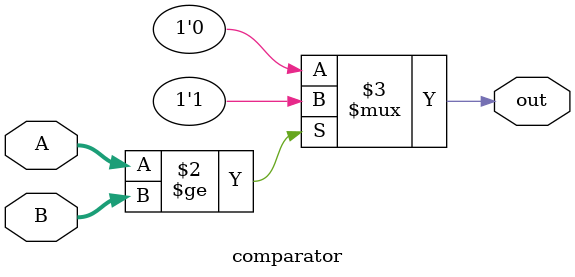
<source format=v>
`timescale 1ns / 1ps


module comparator(
A, B, out
    );
input [7:0] A, B;
output out;

wire [7:0] X;
assign X = A^B;
assign out = (A >= B) ? 1'b1 : 1'b0;
endmodule

</source>
